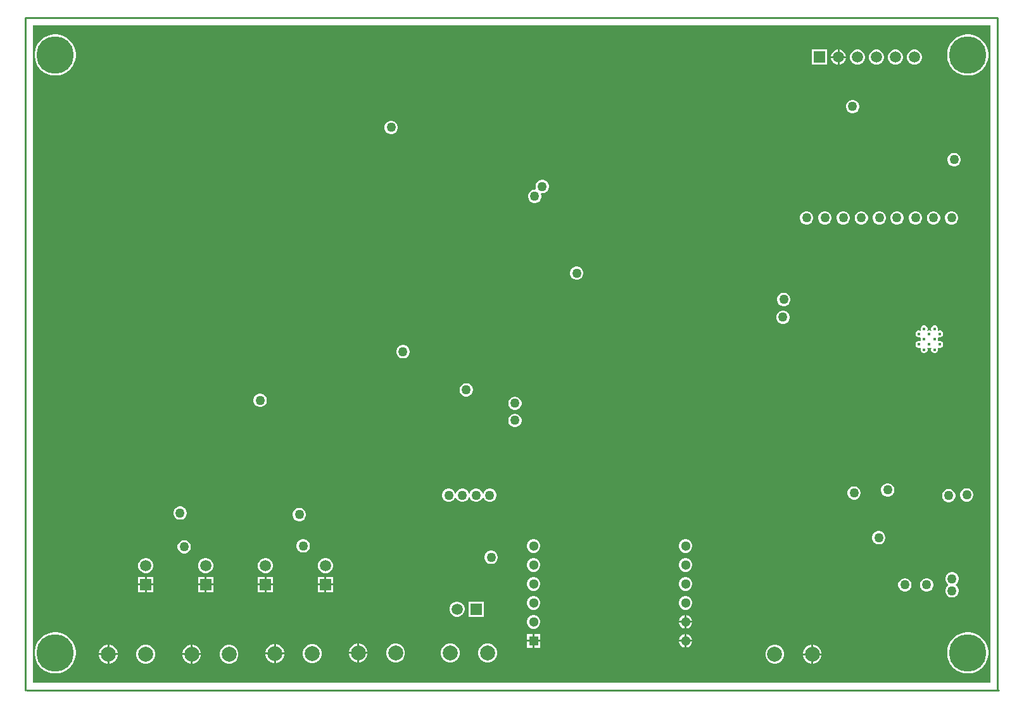
<source format=gbl>
G04*
G04 #@! TF.GenerationSoftware,Altium Limited,Altium Designer,22.0.2 (36)*
G04*
G04 Layer_Physical_Order=4*
G04 Layer_Color=16711680*
%FSLAX44Y44*%
%MOMM*%
G71*
G04*
G04 #@! TF.SameCoordinates,DEF1482B-7F84-4A2E-A234-9A9D801D0D5E*
G04*
G04*
G04 #@! TF.FilePolarity,Positive*
G04*
G01*
G75*
%ADD11C,0.2540*%
%ADD63C,1.3000*%
%ADD64R,1.3000X1.3000*%
%ADD65C,0.4000*%
%ADD66C,2.0000*%
%ADD67R,1.5000X1.5000*%
%ADD68C,1.5000*%
%ADD69R,1.5000X1.5000*%
%ADD70C,1.0000*%
%ADD71C,1.2700*%
%ADD72C,5.0000*%
G36*
X1290000Y10000D02*
X10000D01*
Y890000D01*
X1290000D01*
Y10000D01*
D02*
G37*
%LPC*%
G36*
X1088442Y857130D02*
X1088390D01*
Y848360D01*
X1097160D01*
Y848412D01*
X1096476Y850965D01*
X1095154Y853255D01*
X1093285Y855124D01*
X1090995Y856446D01*
X1088442Y857130D01*
D02*
G37*
G36*
X1085850D02*
X1085798D01*
X1083245Y856446D01*
X1080955Y855124D01*
X1079086Y853255D01*
X1077764Y850965D01*
X1077080Y848412D01*
Y848360D01*
X1085850D01*
Y857130D01*
D02*
G37*
G36*
X1190042D02*
X1187398D01*
X1184845Y856446D01*
X1182555Y855124D01*
X1180686Y853255D01*
X1179364Y850965D01*
X1178680Y848412D01*
Y845768D01*
X1179364Y843215D01*
X1180686Y840925D01*
X1182555Y839056D01*
X1184845Y837734D01*
X1187398Y837050D01*
X1190042D01*
X1192595Y837734D01*
X1194885Y839056D01*
X1196754Y840925D01*
X1198076Y843215D01*
X1198760Y845768D01*
Y848412D01*
X1198076Y850965D01*
X1196754Y853255D01*
X1194885Y855124D01*
X1192595Y856446D01*
X1190042Y857130D01*
D02*
G37*
G36*
X1164642D02*
X1161998D01*
X1159445Y856446D01*
X1157155Y855124D01*
X1155286Y853255D01*
X1153964Y850965D01*
X1153280Y848412D01*
Y845768D01*
X1153964Y843215D01*
X1155286Y840925D01*
X1157155Y839056D01*
X1159445Y837734D01*
X1161998Y837050D01*
X1164642D01*
X1167195Y837734D01*
X1169485Y839056D01*
X1171354Y840925D01*
X1172676Y843215D01*
X1173360Y845768D01*
Y848412D01*
X1172676Y850965D01*
X1171354Y853255D01*
X1169485Y855124D01*
X1167195Y856446D01*
X1164642Y857130D01*
D02*
G37*
G36*
X1139242D02*
X1136598D01*
X1134045Y856446D01*
X1131755Y855124D01*
X1129886Y853255D01*
X1128564Y850965D01*
X1127880Y848412D01*
Y845768D01*
X1128564Y843215D01*
X1129886Y840925D01*
X1131755Y839056D01*
X1134045Y837734D01*
X1136598Y837050D01*
X1139242D01*
X1141795Y837734D01*
X1144085Y839056D01*
X1145954Y840925D01*
X1147276Y843215D01*
X1147960Y845768D01*
Y848412D01*
X1147276Y850965D01*
X1145954Y853255D01*
X1144085Y855124D01*
X1141795Y856446D01*
X1139242Y857130D01*
D02*
G37*
G36*
X1113842D02*
X1111198D01*
X1108645Y856446D01*
X1106355Y855124D01*
X1104486Y853255D01*
X1103164Y850965D01*
X1102480Y848412D01*
Y845768D01*
X1103164Y843215D01*
X1104486Y840925D01*
X1106355Y839056D01*
X1108645Y837734D01*
X1111198Y837050D01*
X1113842D01*
X1116395Y837734D01*
X1118685Y839056D01*
X1120554Y840925D01*
X1121876Y843215D01*
X1122560Y845768D01*
Y848412D01*
X1121876Y850965D01*
X1120554Y853255D01*
X1118685Y855124D01*
X1116395Y856446D01*
X1113842Y857130D01*
D02*
G37*
G36*
X1097160Y845820D02*
X1088390D01*
Y837050D01*
X1088442D01*
X1090995Y837734D01*
X1093285Y839056D01*
X1095154Y840925D01*
X1096476Y843215D01*
X1097160Y845768D01*
Y845820D01*
D02*
G37*
G36*
X1085850D02*
X1077080D01*
Y845768D01*
X1077764Y843215D01*
X1079086Y840925D01*
X1080955Y839056D01*
X1083245Y837734D01*
X1085798Y837050D01*
X1085850D01*
Y845820D01*
D02*
G37*
G36*
X1071760Y857130D02*
X1051680D01*
Y837050D01*
X1071760D01*
Y857130D01*
D02*
G37*
G36*
X1262168Y877540D02*
X1257832D01*
X1253551Y876862D01*
X1249428Y875522D01*
X1245566Y873554D01*
X1242059Y871006D01*
X1238994Y867941D01*
X1236446Y864434D01*
X1234478Y860572D01*
X1233138Y856449D01*
X1232460Y852168D01*
Y847832D01*
X1233138Y843551D01*
X1234478Y839428D01*
X1236446Y835566D01*
X1238994Y832059D01*
X1242059Y828994D01*
X1245566Y826446D01*
X1249428Y824478D01*
X1253551Y823138D01*
X1257832Y822460D01*
X1262168D01*
X1266449Y823138D01*
X1270572Y824478D01*
X1274434Y826446D01*
X1277941Y828994D01*
X1281006Y832059D01*
X1283554Y835566D01*
X1285522Y839428D01*
X1286862Y843551D01*
X1287540Y847832D01*
Y852168D01*
X1286862Y856449D01*
X1285522Y860572D01*
X1283554Y864434D01*
X1281006Y867941D01*
X1277941Y871006D01*
X1274434Y873554D01*
X1270572Y875522D01*
X1266449Y876862D01*
X1262168Y877540D01*
D02*
G37*
G36*
X42168D02*
X37833D01*
X33551Y876862D01*
X29428Y875522D01*
X25566Y873554D01*
X22059Y871006D01*
X18994Y867941D01*
X16446Y864434D01*
X14478Y860572D01*
X13138Y856449D01*
X12460Y852168D01*
Y847832D01*
X13138Y843551D01*
X14478Y839428D01*
X16446Y835566D01*
X18994Y832059D01*
X22059Y828994D01*
X25566Y826446D01*
X29428Y824478D01*
X33551Y823138D01*
X37833Y822460D01*
X42168D01*
X46449Y823138D01*
X50572Y824478D01*
X54434Y826446D01*
X57941Y828994D01*
X61006Y832059D01*
X63554Y835566D01*
X65522Y839428D01*
X66862Y843551D01*
X67540Y847832D01*
Y852168D01*
X66862Y856449D01*
X65522Y860572D01*
X63554Y864434D01*
X61006Y867941D01*
X57941Y871006D01*
X54434Y873554D01*
X50572Y875522D01*
X46449Y876862D01*
X42168Y877540D01*
D02*
G37*
G36*
X1107170Y789890D02*
X1104830D01*
X1102569Y789284D01*
X1100541Y788114D01*
X1098886Y786459D01*
X1097716Y784431D01*
X1097110Y782170D01*
Y779830D01*
X1097716Y777569D01*
X1098886Y775541D01*
X1100541Y773886D01*
X1102569Y772716D01*
X1104830Y772110D01*
X1107170D01*
X1109431Y772716D01*
X1111459Y773886D01*
X1113114Y775541D01*
X1114284Y777569D01*
X1114890Y779830D01*
Y782170D01*
X1114284Y784431D01*
X1113114Y786459D01*
X1111459Y788114D01*
X1109431Y789284D01*
X1107170Y789890D01*
D02*
G37*
G36*
X490170Y761890D02*
X487830D01*
X485569Y761284D01*
X483541Y760114D01*
X481886Y758459D01*
X480716Y756432D01*
X480110Y754171D01*
Y751830D01*
X480716Y749569D01*
X481886Y747542D01*
X483541Y745886D01*
X485569Y744716D01*
X487830Y744110D01*
X490170D01*
X492431Y744716D01*
X494459Y745886D01*
X496114Y747542D01*
X497284Y749569D01*
X497890Y751830D01*
Y754171D01*
X497284Y756432D01*
X496114Y758459D01*
X494459Y760114D01*
X492431Y761284D01*
X490170Y761890D01*
D02*
G37*
G36*
X1242930Y718890D02*
X1240590D01*
X1238329Y718284D01*
X1236301Y717114D01*
X1234646Y715459D01*
X1233476Y713431D01*
X1232870Y711170D01*
Y708830D01*
X1233476Y706569D01*
X1234646Y704541D01*
X1236301Y702886D01*
X1238329Y701716D01*
X1240590Y701110D01*
X1242930D01*
X1245191Y701716D01*
X1247219Y702886D01*
X1248874Y704541D01*
X1250044Y706569D01*
X1250650Y708830D01*
Y711170D01*
X1250044Y713431D01*
X1248874Y715459D01*
X1247219Y717114D01*
X1245191Y718284D01*
X1242930Y718890D01*
D02*
G37*
G36*
X692170Y682890D02*
X689830D01*
X687569Y682284D01*
X685541Y681114D01*
X683886Y679459D01*
X682716Y677431D01*
X682110Y675170D01*
Y672830D01*
X682574Y671097D01*
X682482Y670821D01*
X681870Y670035D01*
X681641Y669890D01*
X679830D01*
X677569Y669284D01*
X675541Y668114D01*
X673886Y666459D01*
X672716Y664431D01*
X672110Y662170D01*
Y659830D01*
X672716Y657569D01*
X673886Y655541D01*
X675541Y653886D01*
X677569Y652716D01*
X679830Y652110D01*
X682170D01*
X684431Y652716D01*
X686459Y653886D01*
X688114Y655541D01*
X689284Y657569D01*
X689890Y659830D01*
Y662170D01*
X689426Y663903D01*
X689518Y664179D01*
X690130Y664965D01*
X690359Y665110D01*
X692170D01*
X694431Y665716D01*
X696459Y666886D01*
X698114Y668541D01*
X699284Y670569D01*
X699890Y672830D01*
Y675170D01*
X699284Y677431D01*
X698114Y679459D01*
X696459Y681114D01*
X694431Y682284D01*
X692170Y682890D01*
D02*
G37*
G36*
X1239420Y640890D02*
X1237080D01*
X1234819Y640284D01*
X1232791Y639114D01*
X1231136Y637459D01*
X1229966Y635431D01*
X1229360Y633170D01*
Y630830D01*
X1229966Y628569D01*
X1231136Y626541D01*
X1232791Y624886D01*
X1234819Y623716D01*
X1237080Y623110D01*
X1239420D01*
X1241681Y623716D01*
X1243709Y624886D01*
X1245364Y626541D01*
X1246534Y628569D01*
X1247140Y630830D01*
Y633170D01*
X1246534Y635431D01*
X1245364Y637459D01*
X1243709Y639114D01*
X1241681Y640284D01*
X1239420Y640890D01*
D02*
G37*
G36*
X1215290D02*
X1212950D01*
X1210689Y640284D01*
X1208661Y639114D01*
X1207006Y637459D01*
X1205836Y635431D01*
X1205230Y633170D01*
Y630830D01*
X1205836Y628569D01*
X1207006Y626541D01*
X1208661Y624886D01*
X1210689Y623716D01*
X1212950Y623110D01*
X1215290D01*
X1217551Y623716D01*
X1219579Y624886D01*
X1221234Y626541D01*
X1222404Y628569D01*
X1223010Y630830D01*
Y633170D01*
X1222404Y635431D01*
X1221234Y637459D01*
X1219579Y639114D01*
X1217551Y640284D01*
X1215290Y640890D01*
D02*
G37*
G36*
X1191330D02*
X1188990D01*
X1186729Y640284D01*
X1184701Y639114D01*
X1183046Y637459D01*
X1181876Y635431D01*
X1181270Y633170D01*
Y630830D01*
X1181876Y628569D01*
X1183046Y626541D01*
X1184701Y624886D01*
X1186729Y623716D01*
X1188990Y623110D01*
X1191330D01*
X1193591Y623716D01*
X1195619Y624886D01*
X1197274Y626541D01*
X1198444Y628569D01*
X1199050Y630830D01*
Y633170D01*
X1198444Y635431D01*
X1197274Y637459D01*
X1195619Y639114D01*
X1193591Y640284D01*
X1191330Y640890D01*
D02*
G37*
G36*
X1166470D02*
X1164130D01*
X1161869Y640284D01*
X1159841Y639114D01*
X1158186Y637459D01*
X1157016Y635431D01*
X1156410Y633170D01*
Y630830D01*
X1157016Y628569D01*
X1158186Y626541D01*
X1159841Y624886D01*
X1161869Y623716D01*
X1164130Y623110D01*
X1166470D01*
X1168731Y623716D01*
X1170759Y624886D01*
X1172414Y626541D01*
X1173584Y628569D01*
X1174190Y630830D01*
Y633170D01*
X1173584Y635431D01*
X1172414Y637459D01*
X1170759Y639114D01*
X1168731Y640284D01*
X1166470Y640890D01*
D02*
G37*
G36*
X1142900D02*
X1140560D01*
X1138299Y640284D01*
X1136271Y639114D01*
X1134616Y637459D01*
X1133446Y635431D01*
X1132840Y633170D01*
Y630830D01*
X1133446Y628569D01*
X1134616Y626541D01*
X1136271Y624886D01*
X1138299Y623716D01*
X1140560Y623110D01*
X1142900D01*
X1145161Y623716D01*
X1147189Y624886D01*
X1148844Y626541D01*
X1150014Y628569D01*
X1150620Y630830D01*
Y633170D01*
X1150014Y635431D01*
X1148844Y637459D01*
X1147189Y639114D01*
X1145161Y640284D01*
X1142900Y640890D01*
D02*
G37*
G36*
X1118770D02*
X1116430D01*
X1114169Y640284D01*
X1112141Y639114D01*
X1110486Y637459D01*
X1109316Y635431D01*
X1108710Y633170D01*
Y630830D01*
X1109316Y628569D01*
X1110486Y626541D01*
X1112141Y624886D01*
X1114169Y623716D01*
X1116430Y623110D01*
X1118770D01*
X1121031Y623716D01*
X1123059Y624886D01*
X1124714Y626541D01*
X1125884Y628569D01*
X1126490Y630830D01*
Y633170D01*
X1125884Y635431D01*
X1124714Y637459D01*
X1123059Y639114D01*
X1121031Y640284D01*
X1118770Y640890D01*
D02*
G37*
G36*
X1094640D02*
X1092300D01*
X1090039Y640284D01*
X1088011Y639114D01*
X1086356Y637459D01*
X1085186Y635431D01*
X1084580Y633170D01*
Y630830D01*
X1085186Y628569D01*
X1086356Y626541D01*
X1088011Y624886D01*
X1090039Y623716D01*
X1092300Y623110D01*
X1094640D01*
X1096901Y623716D01*
X1098929Y624886D01*
X1100584Y626541D01*
X1101754Y628569D01*
X1102360Y630830D01*
Y633170D01*
X1101754Y635431D01*
X1100584Y637459D01*
X1098929Y639114D01*
X1096901Y640284D01*
X1094640Y640890D01*
D02*
G37*
G36*
X1070110D02*
X1067770D01*
X1065509Y640284D01*
X1063481Y639114D01*
X1061826Y637459D01*
X1060656Y635431D01*
X1060050Y633170D01*
Y630830D01*
X1060656Y628569D01*
X1061826Y626541D01*
X1063481Y624886D01*
X1065509Y623716D01*
X1067770Y623110D01*
X1070110D01*
X1072371Y623716D01*
X1074399Y624886D01*
X1076054Y626541D01*
X1077224Y628569D01*
X1077830Y630830D01*
Y633170D01*
X1077224Y635431D01*
X1076054Y637459D01*
X1074399Y639114D01*
X1072371Y640284D01*
X1070110Y640890D01*
D02*
G37*
G36*
X1045580D02*
X1043240D01*
X1040979Y640284D01*
X1038951Y639114D01*
X1037296Y637459D01*
X1036126Y635431D01*
X1035520Y633170D01*
Y630830D01*
X1036126Y628569D01*
X1037296Y626541D01*
X1038951Y624886D01*
X1040979Y623716D01*
X1043240Y623110D01*
X1045580D01*
X1047841Y623716D01*
X1049869Y624886D01*
X1051524Y626541D01*
X1052694Y628569D01*
X1053300Y630830D01*
Y633170D01*
X1052694Y635431D01*
X1051524Y637459D01*
X1049869Y639114D01*
X1047841Y640284D01*
X1045580Y640890D01*
D02*
G37*
G36*
X738355Y567074D02*
X736014D01*
X733753Y566468D01*
X731726Y565298D01*
X730070Y563643D01*
X728900Y561616D01*
X728294Y559355D01*
Y557014D01*
X728900Y554753D01*
X730070Y552726D01*
X731726Y551070D01*
X733753Y549900D01*
X736014Y549294D01*
X738355D01*
X740616Y549900D01*
X742643Y551070D01*
X744298Y552726D01*
X745468Y554753D01*
X746074Y557014D01*
Y559355D01*
X745468Y561616D01*
X744298Y563643D01*
X742643Y565298D01*
X740616Y566468D01*
X738355Y567074D01*
D02*
G37*
G36*
X1015170Y531890D02*
X1012830D01*
X1010569Y531284D01*
X1008541Y530114D01*
X1006886Y528459D01*
X1005716Y526431D01*
X1005110Y524170D01*
Y521830D01*
X1005716Y519569D01*
X1006886Y517541D01*
X1008541Y515886D01*
X1010569Y514716D01*
X1012830Y514110D01*
X1015170D01*
X1017431Y514716D01*
X1019459Y515886D01*
X1021114Y517541D01*
X1022284Y519569D01*
X1022890Y521830D01*
Y524170D01*
X1022284Y526431D01*
X1021114Y528459D01*
X1019459Y530114D01*
X1017431Y531284D01*
X1015170Y531890D01*
D02*
G37*
G36*
X1014170Y507890D02*
X1011830D01*
X1009569Y507284D01*
X1007541Y506114D01*
X1005886Y504459D01*
X1004716Y502431D01*
X1004110Y500170D01*
Y497830D01*
X1004716Y495569D01*
X1005886Y493541D01*
X1007541Y491886D01*
X1009569Y490716D01*
X1011830Y490110D01*
X1014170D01*
X1016431Y490716D01*
X1018459Y491886D01*
X1020114Y493541D01*
X1021284Y495569D01*
X1021890Y497830D01*
Y500170D01*
X1021284Y502431D01*
X1020114Y504459D01*
X1018459Y506114D01*
X1016431Y507284D01*
X1014170Y507890D01*
D02*
G37*
G36*
X1216473Y488200D02*
X1214667D01*
X1212998Y487509D01*
X1211721Y486232D01*
X1211030Y484563D01*
Y482757D01*
X1211444Y481758D01*
X1210472Y480786D01*
X1209473Y481200D01*
X1207667D01*
X1206668Y480786D01*
X1205696Y481758D01*
X1206110Y482757D01*
Y484563D01*
X1205419Y486232D01*
X1204142Y487509D01*
X1202473Y488200D01*
X1200667D01*
X1198998Y487509D01*
X1197721Y486232D01*
X1197030Y484563D01*
Y482757D01*
X1197444Y481758D01*
X1196472Y480786D01*
X1195473Y481200D01*
X1193667D01*
X1191998Y480509D01*
X1190721Y479232D01*
X1190030Y477563D01*
Y475757D01*
X1190721Y474088D01*
X1191998Y472811D01*
X1193667Y472120D01*
X1195473D01*
X1196472Y472534D01*
X1197444Y471562D01*
X1197030Y470563D01*
Y468757D01*
X1197444Y467758D01*
X1196472Y466786D01*
X1195473Y467200D01*
X1193667D01*
X1191998Y466509D01*
X1190721Y465232D01*
X1190030Y463563D01*
Y461757D01*
X1190721Y460088D01*
X1191998Y458811D01*
X1193667Y458120D01*
X1195473D01*
X1196472Y458534D01*
X1197444Y457562D01*
X1197030Y456563D01*
Y454757D01*
X1197721Y453088D01*
X1198998Y451811D01*
X1200667Y451120D01*
X1202473D01*
X1204142Y451811D01*
X1205419Y453088D01*
X1206110Y454757D01*
Y456563D01*
X1205696Y457562D01*
X1206668Y458534D01*
X1207667Y458120D01*
X1209473D01*
X1210472Y458534D01*
X1211444Y457562D01*
X1211030Y456563D01*
Y454757D01*
X1211721Y453088D01*
X1212998Y451811D01*
X1214667Y451120D01*
X1216473D01*
X1218142Y451811D01*
X1219419Y453088D01*
X1220110Y454757D01*
Y456563D01*
X1219696Y457562D01*
X1220668Y458534D01*
X1221667Y458120D01*
X1223473D01*
X1225142Y458811D01*
X1226419Y460088D01*
X1227110Y461757D01*
Y463563D01*
X1226419Y465232D01*
X1225142Y466509D01*
X1223473Y467200D01*
X1221667D01*
X1220668Y466786D01*
X1219696Y467758D01*
X1220110Y468757D01*
Y470563D01*
X1219696Y471562D01*
X1220668Y472534D01*
X1221667Y472120D01*
X1223473D01*
X1225142Y472811D01*
X1226419Y474088D01*
X1227110Y475757D01*
Y477563D01*
X1226419Y479232D01*
X1225142Y480509D01*
X1223473Y481200D01*
X1221667D01*
X1220668Y480786D01*
X1219696Y481758D01*
X1220110Y482757D01*
Y484563D01*
X1219419Y486232D01*
X1218142Y487509D01*
X1216473Y488200D01*
D02*
G37*
G36*
X506170Y461820D02*
X503830D01*
X501569Y461214D01*
X499541Y460044D01*
X497886Y458389D01*
X496716Y456361D01*
X496110Y454100D01*
Y451760D01*
X496716Y449499D01*
X497886Y447471D01*
X499541Y445816D01*
X501569Y444646D01*
X503830Y444040D01*
X506170D01*
X508431Y444646D01*
X510459Y445816D01*
X512114Y447471D01*
X513284Y449499D01*
X513890Y451760D01*
Y454100D01*
X513284Y456361D01*
X512114Y458389D01*
X510459Y460044D01*
X508431Y461214D01*
X506170Y461820D01*
D02*
G37*
G36*
X590682Y410890D02*
X588342D01*
X586081Y410284D01*
X584053Y409114D01*
X582398Y407459D01*
X581228Y405431D01*
X580622Y403170D01*
Y400830D01*
X581228Y398569D01*
X582398Y396541D01*
X584053Y394886D01*
X586081Y393716D01*
X588342Y393110D01*
X590682D01*
X592943Y393716D01*
X594971Y394886D01*
X596626Y396541D01*
X597796Y398569D01*
X598402Y400830D01*
Y403170D01*
X597796Y405431D01*
X596626Y407459D01*
X594971Y409114D01*
X592943Y410284D01*
X590682Y410890D01*
D02*
G37*
G36*
X315170Y396890D02*
X312830D01*
X310569Y396284D01*
X308541Y395114D01*
X306886Y393459D01*
X305716Y391431D01*
X305110Y389170D01*
Y386830D01*
X305716Y384569D01*
X306886Y382541D01*
X308541Y380886D01*
X310569Y379716D01*
X312830Y379110D01*
X315170D01*
X317431Y379716D01*
X319459Y380886D01*
X321114Y382541D01*
X322284Y384569D01*
X322890Y386830D01*
Y389170D01*
X322284Y391431D01*
X321114Y393459D01*
X319459Y395114D01*
X317431Y396284D01*
X315170Y396890D01*
D02*
G37*
G36*
X655683Y392890D02*
X653342D01*
X651081Y392284D01*
X649053Y391114D01*
X647398Y389459D01*
X646228Y387431D01*
X645622Y385170D01*
Y382830D01*
X646228Y380569D01*
X647398Y378541D01*
X649053Y376886D01*
X651081Y375716D01*
X653342Y375110D01*
X655683D01*
X657943Y375716D01*
X659971Y376886D01*
X661626Y378541D01*
X662796Y380569D01*
X663402Y382830D01*
Y385170D01*
X662796Y387431D01*
X661626Y389459D01*
X659971Y391114D01*
X657943Y392284D01*
X655683Y392890D01*
D02*
G37*
G36*
Y369890D02*
X653342D01*
X651081Y369284D01*
X649053Y368114D01*
X647398Y366459D01*
X646228Y364431D01*
X645622Y362170D01*
Y359830D01*
X646228Y357569D01*
X647398Y355541D01*
X649053Y353886D01*
X651081Y352716D01*
X653342Y352110D01*
X655683D01*
X657943Y352716D01*
X659971Y353886D01*
X661626Y355541D01*
X662796Y357569D01*
X663402Y359830D01*
Y362170D01*
X662796Y364431D01*
X661626Y366459D01*
X659971Y368114D01*
X657943Y369284D01*
X655683Y369890D01*
D02*
G37*
G36*
X622170Y269890D02*
X619830D01*
X617569Y269284D01*
X615541Y268114D01*
X613886Y266459D01*
X612716Y264431D01*
X612491Y263591D01*
X611176D01*
X610951Y264431D01*
X609780Y266459D01*
X608125Y268114D01*
X606098Y269284D01*
X603837Y269890D01*
X601496D01*
X599235Y269284D01*
X597208Y268114D01*
X595553Y266459D01*
X594383Y264431D01*
X594157Y263591D01*
X592843D01*
X592617Y264431D01*
X591447Y266459D01*
X589792Y268114D01*
X587765Y269284D01*
X585504Y269890D01*
X583163D01*
X580902Y269284D01*
X578875Y268114D01*
X577220Y266459D01*
X576049Y264431D01*
X575824Y263591D01*
X574509D01*
X574284Y264431D01*
X573114Y266459D01*
X571459Y268114D01*
X569431Y269284D01*
X567170Y269890D01*
X564830D01*
X562569Y269284D01*
X560541Y268114D01*
X558886Y266459D01*
X557716Y264431D01*
X557110Y262170D01*
Y259830D01*
X557716Y257569D01*
X558886Y255541D01*
X560541Y253886D01*
X562569Y252716D01*
X564830Y252110D01*
X567170D01*
X569431Y252716D01*
X571459Y253886D01*
X573114Y255541D01*
X574284Y257569D01*
X574509Y258409D01*
X575824D01*
X576049Y257569D01*
X577220Y255541D01*
X578875Y253886D01*
X580902Y252716D01*
X583163Y252110D01*
X585504D01*
X587765Y252716D01*
X589792Y253886D01*
X591447Y255541D01*
X592617Y257569D01*
X592843Y258409D01*
X594157D01*
X594383Y257569D01*
X595553Y255541D01*
X597208Y253886D01*
X599235Y252716D01*
X601496Y252110D01*
X603837D01*
X606098Y252716D01*
X608125Y253886D01*
X609780Y255541D01*
X610951Y257569D01*
X611176Y258409D01*
X612491D01*
X612716Y257569D01*
X613886Y255541D01*
X615541Y253886D01*
X617569Y252716D01*
X619830Y252110D01*
X622170D01*
X624431Y252716D01*
X626459Y253886D01*
X628114Y255541D01*
X629284Y257569D01*
X629890Y259830D01*
Y262170D01*
X629284Y264431D01*
X628114Y266459D01*
X626459Y268114D01*
X624431Y269284D01*
X622170Y269890D01*
D02*
G37*
G36*
X1154170Y276890D02*
X1151830D01*
X1149569Y276284D01*
X1147541Y275114D01*
X1145886Y273459D01*
X1144716Y271431D01*
X1144110Y269170D01*
Y266830D01*
X1144716Y264569D01*
X1145886Y262541D01*
X1147541Y260886D01*
X1149569Y259716D01*
X1151830Y259110D01*
X1154170D01*
X1156431Y259716D01*
X1158459Y260886D01*
X1160114Y262541D01*
X1161284Y264569D01*
X1161890Y266830D01*
Y269170D01*
X1161284Y271431D01*
X1160114Y273459D01*
X1158459Y275114D01*
X1156431Y276284D01*
X1154170Y276890D01*
D02*
G37*
G36*
X1109170Y272890D02*
X1106830D01*
X1104569Y272284D01*
X1102541Y271114D01*
X1100886Y269459D01*
X1099716Y267431D01*
X1099110Y265170D01*
Y262830D01*
X1099716Y260569D01*
X1100886Y258541D01*
X1102541Y256886D01*
X1104569Y255716D01*
X1106830Y255110D01*
X1109170D01*
X1111431Y255716D01*
X1113459Y256886D01*
X1115114Y258541D01*
X1116284Y260569D01*
X1116890Y262830D01*
Y265170D01*
X1116284Y267431D01*
X1115114Y269459D01*
X1113459Y271114D01*
X1111431Y272284D01*
X1109170Y272890D01*
D02*
G37*
G36*
X1259740Y270320D02*
X1257400D01*
X1255139Y269714D01*
X1253111Y268544D01*
X1251456Y266889D01*
X1250286Y264861D01*
X1249680Y262600D01*
Y260260D01*
X1250286Y257999D01*
X1251456Y255971D01*
X1253111Y254316D01*
X1255139Y253146D01*
X1257400Y252540D01*
X1259740D01*
X1262001Y253146D01*
X1264029Y254316D01*
X1265684Y255971D01*
X1266854Y257999D01*
X1267460Y260260D01*
Y262600D01*
X1266854Y264861D01*
X1265684Y266889D01*
X1264029Y268544D01*
X1262001Y269714D01*
X1259740Y270320D01*
D02*
G37*
G36*
X1235610Y269330D02*
X1233270D01*
X1231009Y268724D01*
X1228981Y267554D01*
X1227326Y265899D01*
X1226156Y263871D01*
X1225550Y261610D01*
Y259270D01*
X1226156Y257009D01*
X1227326Y254981D01*
X1228981Y253326D01*
X1231009Y252156D01*
X1233270Y251550D01*
X1235610D01*
X1237871Y252156D01*
X1239899Y253326D01*
X1241554Y254981D01*
X1242724Y257009D01*
X1243330Y259270D01*
Y261610D01*
X1242724Y263871D01*
X1241554Y265899D01*
X1239899Y267554D01*
X1237871Y268724D01*
X1235610Y269330D01*
D02*
G37*
G36*
X208170Y245890D02*
X205830D01*
X203569Y245284D01*
X201541Y244114D01*
X199886Y242459D01*
X198716Y240431D01*
X198110Y238170D01*
Y235830D01*
X198716Y233569D01*
X199886Y231541D01*
X201541Y229886D01*
X203569Y228716D01*
X205830Y228110D01*
X208170D01*
X210431Y228716D01*
X212459Y229886D01*
X214114Y231541D01*
X215284Y233569D01*
X215890Y235830D01*
Y238170D01*
X215284Y240431D01*
X214114Y242459D01*
X212459Y244114D01*
X210431Y245284D01*
X208170Y245890D01*
D02*
G37*
G36*
X367420Y244020D02*
X365080D01*
X362819Y243414D01*
X360791Y242244D01*
X359136Y240588D01*
X357966Y238561D01*
X357360Y236300D01*
Y233960D01*
X357966Y231698D01*
X359136Y229671D01*
X360791Y228016D01*
X362819Y226846D01*
X365080Y226240D01*
X367420D01*
X369681Y226846D01*
X371709Y228016D01*
X373364Y229671D01*
X374534Y231698D01*
X375140Y233960D01*
Y236300D01*
X374534Y238561D01*
X373364Y240588D01*
X371709Y242244D01*
X369681Y243414D01*
X367420Y244020D01*
D02*
G37*
G36*
X1142170Y212890D02*
X1139830D01*
X1137569Y212284D01*
X1135541Y211114D01*
X1133886Y209459D01*
X1132716Y207431D01*
X1132110Y205170D01*
Y202830D01*
X1132716Y200569D01*
X1133886Y198541D01*
X1135541Y196886D01*
X1137569Y195716D01*
X1139830Y195110D01*
X1142170D01*
X1144431Y195716D01*
X1146459Y196886D01*
X1148114Y198541D01*
X1149284Y200569D01*
X1149890Y202830D01*
Y205170D01*
X1149284Y207431D01*
X1148114Y209459D01*
X1146459Y211114D01*
X1144431Y212284D01*
X1142170Y212890D01*
D02*
G37*
G36*
X372670Y201890D02*
X370330D01*
X368069Y201284D01*
X366041Y200114D01*
X364386Y198459D01*
X363216Y196431D01*
X362610Y194170D01*
Y191830D01*
X363216Y189569D01*
X364386Y187541D01*
X366041Y185886D01*
X368069Y184716D01*
X370330Y184110D01*
X372670D01*
X374931Y184716D01*
X376959Y185886D01*
X378614Y187541D01*
X379784Y189569D01*
X380390Y191830D01*
Y194170D01*
X379784Y196431D01*
X378614Y198459D01*
X376959Y200114D01*
X374931Y201284D01*
X372670Y201890D01*
D02*
G37*
G36*
X883840Y202080D02*
X881460D01*
X879161Y201464D01*
X877099Y200274D01*
X875416Y198591D01*
X874226Y196529D01*
X873610Y194230D01*
Y191850D01*
X874226Y189551D01*
X875416Y187489D01*
X877099Y185806D01*
X879161Y184616D01*
X881460Y184000D01*
X883840D01*
X886139Y184616D01*
X888201Y185806D01*
X889884Y187489D01*
X891074Y189551D01*
X891690Y191850D01*
Y194230D01*
X891074Y196529D01*
X889884Y198591D01*
X888201Y200274D01*
X886139Y201464D01*
X883840Y202080D01*
D02*
G37*
G36*
X680640D02*
X678260D01*
X675961Y201464D01*
X673899Y200274D01*
X672216Y198591D01*
X671026Y196529D01*
X670410Y194230D01*
Y191850D01*
X671026Y189551D01*
X672216Y187489D01*
X673899Y185806D01*
X675961Y184616D01*
X678260Y184000D01*
X680640D01*
X682939Y184616D01*
X685001Y185806D01*
X686684Y187489D01*
X687874Y189551D01*
X688490Y191850D01*
Y194230D01*
X687874Y196529D01*
X686684Y198591D01*
X685001Y200274D01*
X682939Y201464D01*
X680640Y202080D01*
D02*
G37*
G36*
X213670Y200890D02*
X211330D01*
X209069Y200284D01*
X207041Y199114D01*
X205386Y197459D01*
X204216Y195431D01*
X203610Y193170D01*
Y190830D01*
X204216Y188569D01*
X205386Y186541D01*
X207041Y184886D01*
X209069Y183716D01*
X211330Y183110D01*
X213670D01*
X215931Y183716D01*
X217959Y184886D01*
X219614Y186541D01*
X220784Y188569D01*
X221390Y190830D01*
Y193170D01*
X220784Y195431D01*
X219614Y197459D01*
X217959Y199114D01*
X215931Y200284D01*
X213670Y200890D01*
D02*
G37*
G36*
X623920Y186640D02*
X621580D01*
X619319Y186034D01*
X617291Y184864D01*
X615636Y183209D01*
X614466Y181181D01*
X613860Y178920D01*
Y176580D01*
X614466Y174319D01*
X615636Y172291D01*
X617291Y170636D01*
X619319Y169466D01*
X621580Y168860D01*
X623920D01*
X626181Y169466D01*
X628209Y170636D01*
X629864Y172291D01*
X631034Y174319D01*
X631640Y176580D01*
Y178920D01*
X631034Y181181D01*
X629864Y183209D01*
X628209Y184864D01*
X626181Y186034D01*
X623920Y186640D01*
D02*
G37*
G36*
X883840Y176680D02*
X881460D01*
X879161Y176064D01*
X877099Y174874D01*
X875416Y173191D01*
X874226Y171129D01*
X873610Y168830D01*
Y166450D01*
X874226Y164151D01*
X875416Y162089D01*
X877099Y160406D01*
X879161Y159216D01*
X881460Y158600D01*
X883840D01*
X886139Y159216D01*
X888201Y160406D01*
X889884Y162089D01*
X891074Y164151D01*
X891690Y166450D01*
Y168830D01*
X891074Y171129D01*
X889884Y173191D01*
X888201Y174874D01*
X886139Y176064D01*
X883840Y176680D01*
D02*
G37*
G36*
X680640D02*
X678260D01*
X675961Y176064D01*
X673899Y174874D01*
X672216Y173191D01*
X671026Y171129D01*
X670410Y168830D01*
Y166450D01*
X671026Y164151D01*
X672216Y162089D01*
X673899Y160406D01*
X675961Y159216D01*
X678260Y158600D01*
X680640D01*
X682939Y159216D01*
X685001Y160406D01*
X686684Y162089D01*
X687874Y164151D01*
X688490Y166450D01*
Y168830D01*
X687874Y171129D01*
X686684Y173191D01*
X685001Y174874D01*
X682939Y176064D01*
X680640Y176680D01*
D02*
G37*
G36*
X402622Y176740D02*
X399978D01*
X397425Y176056D01*
X395135Y174734D01*
X393266Y172865D01*
X391944Y170575D01*
X391260Y168022D01*
Y165378D01*
X391944Y162825D01*
X393266Y160535D01*
X395135Y158666D01*
X397425Y157344D01*
X399978Y156660D01*
X402622D01*
X405175Y157344D01*
X407465Y158666D01*
X409334Y160535D01*
X410656Y162825D01*
X411340Y165378D01*
Y168022D01*
X410656Y170575D01*
X409334Y172865D01*
X407465Y174734D01*
X405175Y176056D01*
X402622Y176740D01*
D02*
G37*
G36*
X322322D02*
X319678D01*
X317125Y176056D01*
X314835Y174734D01*
X312966Y172865D01*
X311644Y170575D01*
X310960Y168022D01*
Y165378D01*
X311644Y162825D01*
X312966Y160535D01*
X314835Y158666D01*
X317125Y157344D01*
X319678Y156660D01*
X322322D01*
X324875Y157344D01*
X327165Y158666D01*
X329034Y160535D01*
X330356Y162825D01*
X331040Y165378D01*
Y168022D01*
X330356Y170575D01*
X329034Y172865D01*
X327165Y174734D01*
X324875Y176056D01*
X322322Y176740D01*
D02*
G37*
G36*
X242322D02*
X239678D01*
X237125Y176056D01*
X234835Y174734D01*
X232966Y172865D01*
X231644Y170575D01*
X230960Y168022D01*
Y165378D01*
X231644Y162825D01*
X232966Y160535D01*
X234835Y158666D01*
X237125Y157344D01*
X239678Y156660D01*
X242322D01*
X244875Y157344D01*
X247165Y158666D01*
X249034Y160535D01*
X250356Y162825D01*
X251040Y165378D01*
Y168022D01*
X250356Y170575D01*
X249034Y172865D01*
X247165Y174734D01*
X244875Y176056D01*
X242322Y176740D01*
D02*
G37*
G36*
X162322D02*
X159678D01*
X157125Y176056D01*
X154835Y174734D01*
X152966Y172865D01*
X151644Y170575D01*
X150960Y168022D01*
Y165378D01*
X151644Y162825D01*
X152966Y160535D01*
X154835Y158666D01*
X157125Y157344D01*
X159678Y156660D01*
X162322D01*
X164875Y157344D01*
X167165Y158666D01*
X169034Y160535D01*
X170356Y162825D01*
X171040Y165378D01*
Y168022D01*
X170356Y170575D01*
X169034Y172865D01*
X167165Y174734D01*
X164875Y176056D01*
X162322Y176740D01*
D02*
G37*
G36*
X411340Y151340D02*
X402570D01*
Y142570D01*
X411340D01*
Y151340D01*
D02*
G37*
G36*
X331040D02*
X322270D01*
Y142570D01*
X331040D01*
Y151340D01*
D02*
G37*
G36*
X251040D02*
X242270D01*
Y142570D01*
X251040D01*
Y151340D01*
D02*
G37*
G36*
X171040D02*
X162270D01*
Y142570D01*
X171040D01*
Y151340D01*
D02*
G37*
G36*
X400030D02*
X391260D01*
Y142570D01*
X400030D01*
Y151340D01*
D02*
G37*
G36*
X319730D02*
X310960D01*
Y142570D01*
X319730D01*
Y151340D01*
D02*
G37*
G36*
X239730D02*
X230960D01*
Y142570D01*
X239730D01*
Y151340D01*
D02*
G37*
G36*
X159730D02*
X150960D01*
Y142570D01*
X159730D01*
Y151340D01*
D02*
G37*
G36*
X883840Y151280D02*
X881460D01*
X879161Y150664D01*
X877099Y149474D01*
X875416Y147791D01*
X874226Y145729D01*
X873610Y143430D01*
Y141050D01*
X874226Y138751D01*
X875416Y136689D01*
X877099Y135006D01*
X879161Y133816D01*
X881460Y133200D01*
X883840D01*
X886139Y133816D01*
X888201Y135006D01*
X889884Y136689D01*
X891074Y138751D01*
X891690Y141050D01*
Y143430D01*
X891074Y145729D01*
X889884Y147791D01*
X888201Y149474D01*
X886139Y150664D01*
X883840Y151280D01*
D02*
G37*
G36*
X680640D02*
X678260D01*
X675961Y150664D01*
X673899Y149474D01*
X672216Y147791D01*
X671026Y145729D01*
X670410Y143430D01*
Y141050D01*
X671026Y138751D01*
X672216Y136689D01*
X673899Y135006D01*
X675961Y133816D01*
X678260Y133200D01*
X680640D01*
X682939Y133816D01*
X685001Y135006D01*
X686684Y136689D01*
X687874Y138751D01*
X688490Y141050D01*
Y143430D01*
X687874Y145729D01*
X686684Y147791D01*
X685001Y149474D01*
X682939Y150664D01*
X680640Y151280D01*
D02*
G37*
G36*
X1206170Y149890D02*
X1203830D01*
X1201569Y149284D01*
X1199541Y148114D01*
X1197886Y146459D01*
X1196716Y144431D01*
X1196110Y142170D01*
Y139830D01*
X1196716Y137569D01*
X1197886Y135541D01*
X1199541Y133886D01*
X1201569Y132716D01*
X1203830Y132110D01*
X1206170D01*
X1208431Y132716D01*
X1210459Y133886D01*
X1212114Y135541D01*
X1213284Y137569D01*
X1213890Y139830D01*
Y142170D01*
X1213284Y144431D01*
X1212114Y146459D01*
X1210459Y148114D01*
X1208431Y149284D01*
X1206170Y149890D01*
D02*
G37*
G36*
X1177170D02*
X1174830D01*
X1172569Y149284D01*
X1170541Y148114D01*
X1168886Y146459D01*
X1167716Y144431D01*
X1167110Y142170D01*
Y139830D01*
X1167716Y137569D01*
X1168886Y135541D01*
X1170541Y133886D01*
X1172569Y132716D01*
X1174830Y132110D01*
X1177170D01*
X1179431Y132716D01*
X1181459Y133886D01*
X1183114Y135541D01*
X1184284Y137569D01*
X1184890Y139830D01*
Y142170D01*
X1184284Y144431D01*
X1183114Y146459D01*
X1181459Y148114D01*
X1179431Y149284D01*
X1177170Y149890D01*
D02*
G37*
G36*
X411340Y140030D02*
X402570D01*
Y131260D01*
X411340D01*
Y140030D01*
D02*
G37*
G36*
X400030D02*
X391260D01*
Y131260D01*
X400030D01*
Y140030D01*
D02*
G37*
G36*
X331040D02*
X322270D01*
Y131260D01*
X331040D01*
Y140030D01*
D02*
G37*
G36*
X319730D02*
X310960D01*
Y131260D01*
X319730D01*
Y140030D01*
D02*
G37*
G36*
X251040D02*
X242270D01*
Y131260D01*
X251040D01*
Y140030D01*
D02*
G37*
G36*
X239730D02*
X230960D01*
Y131260D01*
X239730D01*
Y140030D01*
D02*
G37*
G36*
X171040D02*
X162270D01*
Y131260D01*
X171040D01*
Y140030D01*
D02*
G37*
G36*
X159730D02*
X150960D01*
Y131260D01*
X159730D01*
Y140030D01*
D02*
G37*
G36*
X1240170Y157890D02*
X1237830D01*
X1235569Y157284D01*
X1233541Y156114D01*
X1231886Y154459D01*
X1230716Y152431D01*
X1230110Y150170D01*
Y147830D01*
X1230716Y145569D01*
X1231886Y143541D01*
X1233541Y141886D01*
X1233977Y141635D01*
Y140365D01*
X1233541Y140114D01*
X1231886Y138459D01*
X1230716Y136431D01*
X1230110Y134170D01*
Y131830D01*
X1230716Y129569D01*
X1231886Y127541D01*
X1233541Y125886D01*
X1235569Y124716D01*
X1237830Y124110D01*
X1240170D01*
X1242431Y124716D01*
X1244459Y125886D01*
X1246114Y127541D01*
X1247284Y129569D01*
X1247890Y131830D01*
Y134170D01*
X1247284Y136431D01*
X1246114Y138459D01*
X1244459Y140114D01*
X1244024Y140365D01*
Y141635D01*
X1244459Y141886D01*
X1246114Y143541D01*
X1247284Y145569D01*
X1247890Y147830D01*
Y150170D01*
X1247284Y152431D01*
X1246114Y154459D01*
X1244459Y156114D01*
X1242431Y157284D01*
X1240170Y157890D01*
D02*
G37*
G36*
X883840Y125880D02*
X881460D01*
X879161Y125264D01*
X877099Y124074D01*
X875416Y122391D01*
X874226Y120329D01*
X873610Y118030D01*
Y115650D01*
X874226Y113351D01*
X875416Y111289D01*
X877099Y109606D01*
X879161Y108416D01*
X881460Y107800D01*
X883840D01*
X886139Y108416D01*
X888201Y109606D01*
X889884Y111289D01*
X891074Y113351D01*
X891690Y115650D01*
Y118030D01*
X891074Y120329D01*
X889884Y122391D01*
X888201Y124074D01*
X886139Y125264D01*
X883840Y125880D01*
D02*
G37*
G36*
X680640D02*
X678260D01*
X675961Y125264D01*
X673899Y124074D01*
X672216Y122391D01*
X671026Y120329D01*
X670410Y118030D01*
Y115650D01*
X671026Y113351D01*
X672216Y111289D01*
X673899Y109606D01*
X675961Y108416D01*
X678260Y107800D01*
X680640D01*
X682939Y108416D01*
X685001Y109606D01*
X686684Y111289D01*
X687874Y113351D01*
X688490Y115650D01*
Y118030D01*
X687874Y120329D01*
X686684Y122391D01*
X685001Y124074D01*
X682939Y125264D01*
X680640Y125880D01*
D02*
G37*
G36*
X612700Y118480D02*
X592620D01*
Y98400D01*
X612700D01*
Y118480D01*
D02*
G37*
G36*
X578582D02*
X575938D01*
X573385Y117796D01*
X571095Y116474D01*
X569226Y114605D01*
X567904Y112315D01*
X567220Y109762D01*
Y107118D01*
X567904Y104565D01*
X569226Y102275D01*
X571095Y100406D01*
X573385Y99084D01*
X575938Y98400D01*
X578582D01*
X581135Y99084D01*
X583425Y100406D01*
X585294Y102275D01*
X586616Y104565D01*
X587300Y107118D01*
Y109762D01*
X586616Y112315D01*
X585294Y114605D01*
X583425Y116474D01*
X581135Y117796D01*
X578582Y118480D01*
D02*
G37*
G36*
X883920Y100459D02*
Y92710D01*
X891669D01*
X891074Y94929D01*
X889884Y96991D01*
X888201Y98674D01*
X886139Y99864D01*
X883920Y100459D01*
D02*
G37*
G36*
X881380D02*
X879161Y99864D01*
X877099Y98674D01*
X875416Y96991D01*
X874226Y94929D01*
X873631Y92710D01*
X881380D01*
Y100459D01*
D02*
G37*
G36*
X891669Y90170D02*
X883920D01*
Y82421D01*
X886139Y83016D01*
X888201Y84206D01*
X889884Y85889D01*
X891074Y87951D01*
X891669Y90170D01*
D02*
G37*
G36*
X881380D02*
X873631D01*
X874226Y87951D01*
X875416Y85889D01*
X877099Y84206D01*
X879161Y83016D01*
X881380Y82421D01*
Y90170D01*
D02*
G37*
G36*
X680640Y100480D02*
X678260D01*
X675961Y99864D01*
X673899Y98674D01*
X672216Y96991D01*
X671026Y94929D01*
X670410Y92630D01*
Y90250D01*
X671026Y87951D01*
X672216Y85889D01*
X673899Y84206D01*
X675961Y83016D01*
X678260Y82400D01*
X680640D01*
X682939Y83016D01*
X685001Y84206D01*
X686684Y85889D01*
X687874Y87951D01*
X688490Y90250D01*
Y92630D01*
X687874Y94929D01*
X686684Y96991D01*
X685001Y98674D01*
X682939Y99864D01*
X680640Y100480D01*
D02*
G37*
G36*
X688490Y75080D02*
X680720D01*
Y67310D01*
X688490D01*
Y75080D01*
D02*
G37*
G36*
X883920Y75059D02*
Y67310D01*
X891669D01*
X891074Y69529D01*
X889884Y71591D01*
X888201Y73274D01*
X886139Y74464D01*
X883920Y75059D01*
D02*
G37*
G36*
X881380D02*
X879161Y74464D01*
X877099Y73274D01*
X875416Y71591D01*
X874226Y69529D01*
X873631Y67310D01*
X881380D01*
Y75059D01*
D02*
G37*
G36*
X678180Y75080D02*
X670410D01*
Y67310D01*
X678180D01*
Y75080D01*
D02*
G37*
G36*
X891669Y64770D02*
X883920D01*
Y57021D01*
X886139Y57616D01*
X888201Y58806D01*
X889884Y60489D01*
X891074Y62551D01*
X891669Y64770D01*
D02*
G37*
G36*
X881380D02*
X873631D01*
X874226Y62551D01*
X875416Y60489D01*
X877099Y58806D01*
X879161Y57616D01*
X881380Y57021D01*
Y64770D01*
D02*
G37*
G36*
X688490D02*
X680720D01*
Y57000D01*
X688490D01*
Y64770D01*
D02*
G37*
G36*
X678180D02*
X670410D01*
Y57000D01*
X678180D01*
Y64770D01*
D02*
G37*
G36*
X446651Y62540D02*
X446270D01*
Y51270D01*
X457540D01*
Y51651D01*
X456685Y54840D01*
X455034Y57700D01*
X452700Y60034D01*
X449840Y61685D01*
X446651Y62540D01*
D02*
G37*
G36*
X443730D02*
X443349D01*
X440160Y61685D01*
X437300Y60034D01*
X434966Y57700D01*
X433315Y54840D01*
X432460Y51651D01*
Y51270D01*
X443730D01*
Y62540D01*
D02*
G37*
G36*
X335318Y61540D02*
X334937D01*
Y50270D01*
X346207D01*
Y50651D01*
X345352Y53840D01*
X343701Y56700D01*
X341366Y59035D01*
X338507Y60685D01*
X335318Y61540D01*
D02*
G37*
G36*
X332397D02*
X332016D01*
X328826Y60685D01*
X325967Y59035D01*
X323632Y56700D01*
X321981Y53840D01*
X321127Y50651D01*
Y50270D01*
X332397D01*
Y61540D01*
D02*
G37*
G36*
X223984Y60810D02*
X223603D01*
Y49540D01*
X234873D01*
Y49921D01*
X234019Y53110D01*
X232368Y55970D01*
X230033Y58305D01*
X227174Y59955D01*
X223984Y60810D01*
D02*
G37*
G36*
X112651D02*
X112270D01*
Y49540D01*
X123540D01*
Y49921D01*
X122685Y53110D01*
X121034Y55970D01*
X118700Y58305D01*
X115840Y59955D01*
X112651Y60810D01*
D02*
G37*
G36*
X109730D02*
X109349D01*
X106160Y59955D01*
X103300Y58305D01*
X100965Y55970D01*
X99315Y53110D01*
X98460Y49921D01*
Y49540D01*
X109730D01*
Y60810D01*
D02*
G37*
G36*
X221063D02*
X220682D01*
X217493Y59955D01*
X214634Y58305D01*
X212299Y55970D01*
X210648Y53110D01*
X209793Y49921D01*
Y49540D01*
X221063D01*
Y60810D01*
D02*
G37*
G36*
X1053651Y60540D02*
X1053270D01*
Y49270D01*
X1064540D01*
Y49651D01*
X1063685Y52840D01*
X1062035Y55700D01*
X1059700Y58035D01*
X1056840Y59685D01*
X1053651Y60540D01*
D02*
G37*
G36*
X1050730D02*
X1050349D01*
X1047160Y59685D01*
X1044300Y58035D01*
X1041965Y55700D01*
X1040315Y52840D01*
X1039460Y49651D01*
Y49270D01*
X1050730D01*
Y60540D01*
D02*
G37*
G36*
X619651Y62540D02*
X616349D01*
X613160Y61685D01*
X610300Y60034D01*
X607966Y57700D01*
X606315Y54840D01*
X605460Y51651D01*
Y48349D01*
X606315Y45160D01*
X607966Y42300D01*
X610300Y39966D01*
X613160Y38315D01*
X616349Y37460D01*
X619651D01*
X622840Y38315D01*
X625700Y39966D01*
X628035Y42300D01*
X629685Y45160D01*
X630540Y48349D01*
Y51651D01*
X629685Y54840D01*
X628035Y57700D01*
X625700Y60034D01*
X622840Y61685D01*
X619651Y62540D01*
D02*
G37*
G36*
X569651D02*
X566349D01*
X563160Y61685D01*
X560300Y60034D01*
X557966Y57700D01*
X556315Y54840D01*
X555460Y51651D01*
Y48349D01*
X556315Y45160D01*
X557966Y42300D01*
X560300Y39966D01*
X563160Y38315D01*
X566349Y37460D01*
X569651D01*
X572840Y38315D01*
X575700Y39966D01*
X578035Y42300D01*
X579685Y45160D01*
X580540Y48349D01*
Y51651D01*
X579685Y54840D01*
X578035Y57700D01*
X575700Y60034D01*
X572840Y61685D01*
X569651Y62540D01*
D02*
G37*
G36*
X496651D02*
X493349D01*
X490160Y61685D01*
X487300Y60034D01*
X484966Y57700D01*
X483315Y54840D01*
X482460Y51651D01*
Y48349D01*
X483315Y45160D01*
X484966Y42300D01*
X487300Y39966D01*
X490160Y38315D01*
X493349Y37460D01*
X496651D01*
X499840Y38315D01*
X502700Y39966D01*
X505034Y42300D01*
X506685Y45160D01*
X507540Y48349D01*
Y51651D01*
X506685Y54840D01*
X505034Y57700D01*
X502700Y60034D01*
X499840Y61685D01*
X496651Y62540D01*
D02*
G37*
G36*
X457540Y48730D02*
X446270D01*
Y37460D01*
X446651D01*
X449840Y38315D01*
X452700Y39966D01*
X455034Y42300D01*
X456685Y45160D01*
X457540Y48349D01*
Y48730D01*
D02*
G37*
G36*
X443730D02*
X432460D01*
Y48349D01*
X433315Y45160D01*
X434966Y42300D01*
X437300Y39966D01*
X440160Y38315D01*
X443349Y37460D01*
X443730D01*
Y48730D01*
D02*
G37*
G36*
X385318Y61540D02*
X382016D01*
X378826Y60685D01*
X375967Y59035D01*
X373632Y56700D01*
X371981Y53840D01*
X371127Y50651D01*
Y47349D01*
X371981Y44160D01*
X373632Y41300D01*
X375967Y38965D01*
X378826Y37315D01*
X382016Y36460D01*
X385318D01*
X388507Y37315D01*
X391366Y38965D01*
X393701Y41300D01*
X395352Y44160D01*
X396207Y47349D01*
Y50651D01*
X395352Y53840D01*
X393701Y56700D01*
X391366Y59035D01*
X388507Y60685D01*
X385318Y61540D01*
D02*
G37*
G36*
X346207Y47730D02*
X334937D01*
Y36460D01*
X335318D01*
X338507Y37315D01*
X341366Y38965D01*
X343701Y41300D01*
X345352Y44160D01*
X346207Y47349D01*
Y47730D01*
D02*
G37*
G36*
X332397D02*
X321127D01*
Y47349D01*
X321981Y44160D01*
X323632Y41300D01*
X325967Y38965D01*
X328826Y37315D01*
X332016Y36460D01*
X332397D01*
Y47730D01*
D02*
G37*
G36*
X273984Y60810D02*
X270682D01*
X267493Y59955D01*
X264634Y58305D01*
X262299Y55970D01*
X260648Y53110D01*
X259793Y49921D01*
Y46619D01*
X260648Y43430D01*
X262299Y40570D01*
X264634Y38235D01*
X267493Y36585D01*
X270682Y35730D01*
X273984D01*
X277174Y36585D01*
X280033Y38235D01*
X282368Y40570D01*
X284019Y43430D01*
X284873Y46619D01*
Y49921D01*
X284019Y53110D01*
X282368Y55970D01*
X280033Y58305D01*
X277174Y59955D01*
X273984Y60810D01*
D02*
G37*
G36*
X234873Y47000D02*
X223603D01*
Y35730D01*
X223984D01*
X227174Y36585D01*
X230033Y38235D01*
X232368Y40570D01*
X234019Y43430D01*
X234873Y46619D01*
Y47000D01*
D02*
G37*
G36*
X221063D02*
X209793D01*
Y46619D01*
X210648Y43430D01*
X212299Y40570D01*
X214634Y38235D01*
X217493Y36585D01*
X220682Y35730D01*
X221063D01*
Y47000D01*
D02*
G37*
G36*
X162651Y60810D02*
X159349D01*
X156160Y59955D01*
X153300Y58305D01*
X150965Y55970D01*
X149315Y53110D01*
X148460Y49921D01*
Y46619D01*
X149315Y43430D01*
X150965Y40570D01*
X153300Y38235D01*
X156160Y36585D01*
X159349Y35730D01*
X162651D01*
X165840Y36585D01*
X168700Y38235D01*
X171035Y40570D01*
X172685Y43430D01*
X173540Y46619D01*
Y49921D01*
X172685Y53110D01*
X171035Y55970D01*
X168700Y58305D01*
X165840Y59955D01*
X162651Y60810D01*
D02*
G37*
G36*
X123540Y47000D02*
X112270D01*
Y35730D01*
X112651D01*
X115840Y36585D01*
X118700Y38235D01*
X121034Y40570D01*
X122685Y43430D01*
X123540Y46619D01*
Y47000D01*
D02*
G37*
G36*
X109730D02*
X98460D01*
Y46619D01*
X99315Y43430D01*
X100965Y40570D01*
X103300Y38235D01*
X106160Y36585D01*
X109349Y35730D01*
X109730D01*
Y47000D01*
D02*
G37*
G36*
X1064540Y46730D02*
X1053270D01*
Y35460D01*
X1053651D01*
X1056840Y36315D01*
X1059700Y37966D01*
X1062035Y40300D01*
X1063685Y43160D01*
X1064540Y46349D01*
Y46730D01*
D02*
G37*
G36*
X1050730D02*
X1039460D01*
Y46349D01*
X1040315Y43160D01*
X1041965Y40300D01*
X1044300Y37966D01*
X1047160Y36315D01*
X1050349Y35460D01*
X1050730D01*
Y46730D01*
D02*
G37*
G36*
X1003651Y60540D02*
X1000349D01*
X997160Y59685D01*
X994300Y58035D01*
X991965Y55700D01*
X990315Y52840D01*
X989460Y49651D01*
Y46349D01*
X990315Y43160D01*
X991965Y40300D01*
X994300Y37966D01*
X997160Y36315D01*
X1000349Y35460D01*
X1003651D01*
X1006840Y36315D01*
X1009700Y37966D01*
X1012035Y40300D01*
X1013685Y43160D01*
X1014540Y46349D01*
Y49651D01*
X1013685Y52840D01*
X1012035Y55700D01*
X1009700Y58035D01*
X1006840Y59685D01*
X1003651Y60540D01*
D02*
G37*
G36*
X1262168Y77540D02*
X1257832D01*
X1253551Y76862D01*
X1249428Y75522D01*
X1245566Y73554D01*
X1242059Y71006D01*
X1238994Y67941D01*
X1236446Y64434D01*
X1234478Y60572D01*
X1233138Y56449D01*
X1232460Y52168D01*
Y47832D01*
X1233138Y43551D01*
X1234478Y39428D01*
X1236446Y35566D01*
X1238994Y32059D01*
X1242059Y28994D01*
X1245566Y26446D01*
X1249428Y24478D01*
X1253551Y23138D01*
X1257832Y22460D01*
X1262168D01*
X1266449Y23138D01*
X1270572Y24478D01*
X1274434Y26446D01*
X1277941Y28994D01*
X1281006Y32059D01*
X1283554Y35566D01*
X1285522Y39428D01*
X1286862Y43551D01*
X1287540Y47832D01*
Y52168D01*
X1286862Y56449D01*
X1285522Y60572D01*
X1283554Y64434D01*
X1281006Y67941D01*
X1277941Y71006D01*
X1274434Y73554D01*
X1270572Y75522D01*
X1266449Y76862D01*
X1262168Y77540D01*
D02*
G37*
G36*
X42168D02*
X37833D01*
X33551Y76862D01*
X29428Y75522D01*
X25566Y73554D01*
X22059Y71006D01*
X18994Y67941D01*
X16446Y64434D01*
X14478Y60572D01*
X13138Y56449D01*
X12460Y52168D01*
Y47832D01*
X13138Y43551D01*
X14478Y39428D01*
X16446Y35566D01*
X18994Y32059D01*
X22059Y28994D01*
X25566Y26446D01*
X29428Y24478D01*
X33551Y23138D01*
X37833Y22460D01*
X42168D01*
X46449Y23138D01*
X50572Y24478D01*
X54434Y26446D01*
X57941Y28994D01*
X61006Y32059D01*
X63554Y35566D01*
X65522Y39428D01*
X66862Y43551D01*
X67540Y47832D01*
Y52168D01*
X66862Y56449D01*
X65522Y60572D01*
X63554Y64434D01*
X61006Y67941D01*
X57941Y71006D01*
X54434Y73554D01*
X50572Y75522D01*
X46449Y76862D01*
X42168Y77540D01*
D02*
G37*
%LPD*%
D11*
X1300000Y0D02*
Y900000D01*
X0D02*
X1300000D01*
X1270Y0D02*
X1301270D01*
X0D02*
Y900000D01*
D63*
X882650Y66040D02*
D03*
Y91440D02*
D03*
Y116840D02*
D03*
Y193040D02*
D03*
Y167640D02*
D03*
Y142240D02*
D03*
X679450Y193040D02*
D03*
Y167640D02*
D03*
Y142240D02*
D03*
Y91440D02*
D03*
Y116840D02*
D03*
D64*
Y66040D02*
D03*
D65*
X1215570Y469660D02*
D03*
Y483660D02*
D03*
Y455660D02*
D03*
X1201570Y483660D02*
D03*
Y469660D02*
D03*
Y455660D02*
D03*
X1222570Y476660D02*
D03*
Y462660D02*
D03*
X1208570Y476660D02*
D03*
Y462660D02*
D03*
X1194570Y476660D02*
D03*
Y462660D02*
D03*
D66*
X1002000Y48000D02*
D03*
X1052000D02*
D03*
X568000Y50000D02*
D03*
X618000D02*
D03*
X111000Y48270D02*
D03*
X161000D02*
D03*
X222333D02*
D03*
X272333D02*
D03*
X333667Y49000D02*
D03*
X383667D02*
D03*
X445000Y50000D02*
D03*
X495000D02*
D03*
D67*
X602660Y108440D02*
D03*
X1061720Y847090D02*
D03*
D68*
X577260Y108440D02*
D03*
X1087120Y847090D02*
D03*
X1112520D02*
D03*
X1137920D02*
D03*
X1163320D02*
D03*
X1188720D02*
D03*
X161000Y166700D02*
D03*
X241000D02*
D03*
X321000D02*
D03*
X401300D02*
D03*
D69*
X161000Y141300D02*
D03*
X241000D02*
D03*
X321000D02*
D03*
X401300D02*
D03*
D70*
X1054000Y185000D02*
D03*
X1134000Y128000D02*
D03*
X1080000Y245000D02*
D03*
X1124000Y255000D02*
D03*
X1185000Y258000D02*
D03*
X1242000Y169000D02*
D03*
X1216000Y86000D02*
D03*
X1154000Y87000D02*
D03*
X1012000Y172000D02*
D03*
X702000Y621000D02*
D03*
X560000Y798000D02*
D03*
X176000Y265000D02*
D03*
X197000Y273000D02*
D03*
X114000Y296000D02*
D03*
X1200000Y700000D02*
D03*
Y500000D02*
D03*
Y300000D02*
D03*
X1250000Y200000D02*
D03*
X1100000Y700000D02*
D03*
X1150000Y400000D02*
D03*
X1100000Y100000D02*
D03*
X1050000Y800000D02*
D03*
X1000000Y700000D02*
D03*
X950000Y800000D02*
D03*
X900000Y700000D02*
D03*
X950000Y600000D02*
D03*
X900000Y500000D02*
D03*
Y300000D02*
D03*
X850000Y800000D02*
D03*
X800000Y700000D02*
D03*
X850000Y600000D02*
D03*
X800000Y300000D02*
D03*
X850000Y200000D02*
D03*
X750000Y800000D02*
D03*
X700000Y500000D02*
D03*
X750000Y400000D02*
D03*
X700000Y300000D02*
D03*
X750000Y200000D02*
D03*
X650000Y800000D02*
D03*
X600000Y500000D02*
D03*
Y300000D02*
D03*
X650000Y200000D02*
D03*
X500000Y700000D02*
D03*
X550000Y600000D02*
D03*
X500000Y500000D02*
D03*
Y300000D02*
D03*
X550000Y200000D02*
D03*
X500000Y100000D02*
D03*
X450000Y800000D02*
D03*
X400000Y700000D02*
D03*
X450000Y600000D02*
D03*
X400000Y500000D02*
D03*
X450000Y400000D02*
D03*
X400000Y300000D02*
D03*
X450000Y200000D02*
D03*
X400000Y100000D02*
D03*
X350000Y800000D02*
D03*
X300000Y700000D02*
D03*
X350000Y600000D02*
D03*
X300000Y500000D02*
D03*
Y300000D02*
D03*
Y100000D02*
D03*
X250000Y800000D02*
D03*
X200000Y700000D02*
D03*
X250000Y600000D02*
D03*
X200000Y500000D02*
D03*
X150000Y800000D02*
D03*
X100000Y700000D02*
D03*
X150000Y600000D02*
D03*
X100000Y500000D02*
D03*
X150000Y400000D02*
D03*
Y200000D02*
D03*
X100000Y100000D02*
D03*
D71*
X737184Y558184D02*
D03*
X681000Y661000D02*
D03*
X691000Y674000D02*
D03*
X660000Y673000D02*
D03*
X654512Y384000D02*
D03*
Y361000D02*
D03*
X489000Y753000D02*
D03*
X1241760Y688000D02*
D03*
Y710000D02*
D03*
X1284000Y321000D02*
D03*
X1153000Y268000D02*
D03*
X602667Y261000D02*
D03*
X584333D02*
D03*
X621000D02*
D03*
X589512Y402000D02*
D03*
X1282540Y572460D02*
D03*
X1238250Y632000D02*
D03*
X1258570Y261430D02*
D03*
X1108000Y264000D02*
D03*
X1214120Y632000D02*
D03*
X622750Y177750D02*
D03*
X505000Y452930D02*
D03*
X371500Y193000D02*
D03*
X212500Y192000D02*
D03*
X1165300Y632000D02*
D03*
X1190160D02*
D03*
X1014000Y523000D02*
D03*
X1013000Y499000D02*
D03*
X1044410Y632000D02*
D03*
X1068940D02*
D03*
X1141730D02*
D03*
X1117600D02*
D03*
X1093470D02*
D03*
X566000Y261000D02*
D03*
X1106000Y781000D02*
D03*
X1234440Y260440D02*
D03*
X314000Y388000D02*
D03*
X366250Y235130D02*
D03*
X207000Y237000D02*
D03*
X1141000Y204000D02*
D03*
X1176000Y141000D02*
D03*
X1205000D02*
D03*
X1239000Y133000D02*
D03*
Y149000D02*
D03*
D72*
X40000Y850000D02*
D03*
X1260000D02*
D03*
Y50000D02*
D03*
X40000D02*
D03*
M02*

</source>
